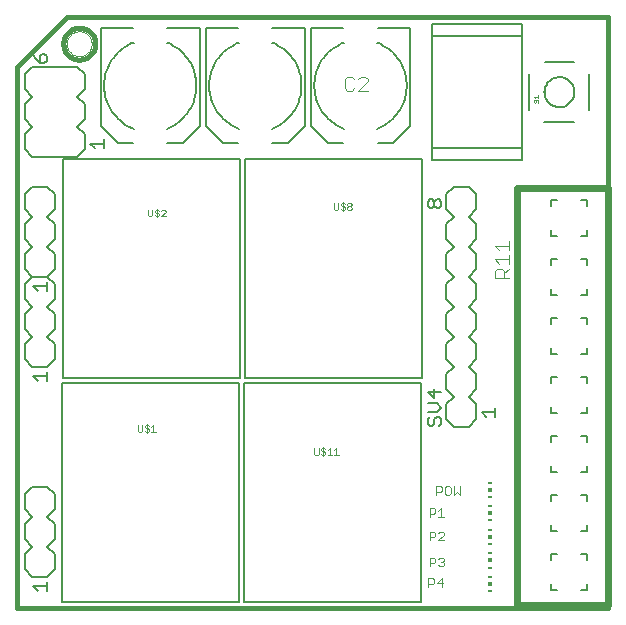
<source format=gto>
G75*
%MOIN*%
%OFA0B0*%
%FSLAX24Y24*%
%IPPOS*%
%LPD*%
%AMOC8*
5,1,8,0,0,1.08239X$1,22.5*
%
%ADD10C,0.0160*%
%ADD11C,0.0240*%
%ADD12C,0.0000*%
%ADD13C,0.0060*%
%ADD14R,0.0118X0.0059*%
%ADD15R,0.0118X0.0118*%
%ADD16C,0.0030*%
%ADD17C,0.0080*%
%ADD18C,0.0020*%
%ADD19C,0.0050*%
%ADD20C,0.0040*%
%ADD21C,0.0010*%
D10*
X000180Y000180D02*
X019865Y000180D01*
X019865Y019865D01*
X001834Y019865D01*
X000180Y018211D01*
X000180Y000180D01*
X002542Y000180D02*
X014353Y000180D01*
X001716Y018979D02*
X001718Y019025D01*
X001724Y019070D01*
X001734Y019115D01*
X001747Y019158D01*
X001764Y019201D01*
X001785Y019241D01*
X001809Y019280D01*
X001837Y019316D01*
X001868Y019350D01*
X001901Y019382D01*
X001937Y019410D01*
X001975Y019435D01*
X002015Y019457D01*
X002057Y019475D01*
X002100Y019489D01*
X002145Y019500D01*
X002190Y019507D01*
X002236Y019510D01*
X002281Y019509D01*
X002327Y019504D01*
X002372Y019495D01*
X002415Y019483D01*
X002458Y019466D01*
X002499Y019446D01*
X002538Y019423D01*
X002576Y019396D01*
X002610Y019366D01*
X002642Y019334D01*
X002671Y019298D01*
X002697Y019261D01*
X002720Y019221D01*
X002739Y019180D01*
X002754Y019137D01*
X002766Y019092D01*
X002774Y019047D01*
X002778Y019002D01*
X002778Y018956D01*
X002774Y018911D01*
X002766Y018866D01*
X002754Y018821D01*
X002739Y018778D01*
X002720Y018737D01*
X002697Y018697D01*
X002671Y018660D01*
X002642Y018624D01*
X002610Y018592D01*
X002576Y018562D01*
X002538Y018535D01*
X002499Y018512D01*
X002458Y018492D01*
X002415Y018475D01*
X002372Y018463D01*
X002327Y018454D01*
X002281Y018449D01*
X002236Y018448D01*
X002190Y018451D01*
X002145Y018458D01*
X002100Y018469D01*
X002057Y018483D01*
X002015Y018501D01*
X001975Y018523D01*
X001937Y018548D01*
X001901Y018576D01*
X001868Y018608D01*
X001837Y018642D01*
X001809Y018678D01*
X001785Y018717D01*
X001764Y018757D01*
X001747Y018800D01*
X001734Y018843D01*
X001724Y018888D01*
X001718Y018933D01*
X001716Y018979D01*
D11*
X016834Y014156D02*
X019865Y014156D01*
X019865Y000278D01*
X016834Y000278D01*
X016834Y014156D01*
D12*
X001834Y018979D02*
X001836Y019019D01*
X001842Y019060D01*
X001852Y019099D01*
X001865Y019137D01*
X001883Y019174D01*
X001904Y019208D01*
X001928Y019241D01*
X001955Y019271D01*
X001985Y019298D01*
X002018Y019322D01*
X002052Y019343D01*
X002089Y019361D01*
X002127Y019374D01*
X002166Y019384D01*
X002207Y019390D01*
X002247Y019392D01*
X002287Y019390D01*
X002328Y019384D01*
X002367Y019374D01*
X002405Y019361D01*
X002442Y019343D01*
X002476Y019322D01*
X002509Y019298D01*
X002539Y019271D01*
X002566Y019241D01*
X002590Y019208D01*
X002611Y019174D01*
X002629Y019137D01*
X002642Y019099D01*
X002652Y019060D01*
X002658Y019019D01*
X002660Y018979D01*
X002658Y018939D01*
X002652Y018898D01*
X002642Y018859D01*
X002629Y018821D01*
X002611Y018784D01*
X002590Y018750D01*
X002566Y018717D01*
X002539Y018687D01*
X002509Y018660D01*
X002476Y018636D01*
X002442Y018615D01*
X002405Y018597D01*
X002367Y018584D01*
X002328Y018574D01*
X002287Y018568D01*
X002247Y018566D01*
X002207Y018568D01*
X002166Y018574D01*
X002127Y018584D01*
X002089Y018597D01*
X002052Y018615D01*
X002018Y018636D01*
X001985Y018660D01*
X001955Y018687D01*
X001928Y018717D01*
X001904Y018750D01*
X001883Y018784D01*
X001865Y018821D01*
X001852Y018859D01*
X001842Y018898D01*
X001836Y018939D01*
X001834Y018979D01*
D13*
X002180Y018215D02*
X002430Y017965D01*
X002430Y017465D01*
X002180Y017215D01*
X002430Y016965D01*
X002430Y016465D01*
X002180Y016215D01*
X002430Y015965D01*
X002430Y015465D01*
X002180Y015215D01*
X000680Y015215D01*
X000430Y015465D01*
X000430Y015965D01*
X000680Y016215D01*
X000430Y016465D01*
X000430Y016965D01*
X000680Y017215D01*
X000430Y017465D01*
X000430Y017965D01*
X000680Y018215D01*
X002180Y018215D01*
X001180Y014215D02*
X000680Y014215D01*
X000430Y013965D01*
X000430Y013465D01*
X000680Y013215D01*
X000430Y012965D01*
X000430Y012465D01*
X000680Y012215D01*
X000430Y011965D01*
X000430Y011465D01*
X000680Y011215D01*
X001180Y011215D01*
X001430Y011465D01*
X001430Y011965D01*
X001180Y012215D01*
X001430Y012465D01*
X001430Y012965D01*
X001180Y013215D01*
X001430Y013465D01*
X001430Y013965D01*
X001180Y014215D01*
X001180Y011215D02*
X000680Y011215D01*
X000430Y010965D01*
X000430Y010465D01*
X000680Y010215D01*
X000430Y009965D01*
X000430Y009465D01*
X000680Y009215D01*
X000430Y008965D01*
X000430Y008465D01*
X000680Y008215D01*
X001180Y008215D01*
X001430Y008465D01*
X001430Y008965D01*
X001180Y009215D01*
X001430Y009465D01*
X001430Y009965D01*
X001180Y010215D01*
X001430Y010465D01*
X001430Y010965D01*
X001180Y011215D01*
X001180Y004215D02*
X000680Y004215D01*
X000430Y003965D01*
X000430Y003465D01*
X000680Y003215D01*
X000430Y002965D01*
X000430Y002465D01*
X000680Y002215D01*
X000430Y001965D01*
X000430Y001465D01*
X000680Y001215D01*
X001180Y001215D01*
X001430Y001465D01*
X001430Y001965D01*
X001180Y002215D01*
X001430Y002465D01*
X001430Y002965D01*
X001180Y003215D01*
X001430Y003465D01*
X001430Y003965D01*
X001180Y004215D01*
X014483Y006465D02*
X014733Y006215D01*
X015233Y006215D01*
X015483Y006465D01*
X015483Y006965D01*
X015233Y007215D01*
X015483Y007465D01*
X015483Y007965D01*
X015233Y008215D01*
X015483Y008465D01*
X015483Y008965D01*
X015233Y009215D01*
X015483Y009465D01*
X015483Y009965D01*
X015233Y010215D01*
X015483Y010465D01*
X015483Y010965D01*
X015233Y011215D01*
X015483Y011465D01*
X015483Y011965D01*
X015233Y012215D01*
X015483Y012465D01*
X015483Y012965D01*
X015233Y013215D01*
X015483Y013465D01*
X015483Y013965D01*
X015233Y014215D01*
X014733Y014215D01*
X014483Y013965D01*
X014483Y013465D01*
X014733Y013215D01*
X014483Y012965D01*
X014483Y012465D01*
X014733Y012215D01*
X014483Y011965D01*
X014483Y011465D01*
X014733Y011215D01*
X014483Y010965D01*
X014483Y010465D01*
X014733Y010215D01*
X014483Y009965D01*
X014483Y009465D01*
X014733Y009215D01*
X014483Y008965D01*
X014483Y008465D01*
X014733Y008215D01*
X014483Y007965D01*
X014483Y007465D01*
X014733Y007215D01*
X014483Y006965D01*
X014483Y006465D01*
X017966Y006667D02*
X017966Y006867D01*
X017966Y006667D02*
X018166Y006667D01*
X018166Y005898D02*
X017966Y005898D01*
X017966Y005698D01*
X017966Y004898D02*
X017966Y004698D01*
X018166Y004698D01*
X018166Y003930D02*
X017966Y003930D01*
X017966Y003730D01*
X017966Y002930D02*
X017966Y002730D01*
X018166Y002730D01*
X018166Y001961D02*
X017966Y001961D01*
X017966Y001761D01*
X017966Y000961D02*
X017966Y000761D01*
X018166Y000761D01*
X018966Y000761D02*
X019166Y000761D01*
X019166Y000961D01*
X019166Y001761D02*
X019166Y001961D01*
X018966Y001961D01*
X018966Y002730D02*
X019166Y002730D01*
X019166Y002930D01*
X019166Y003730D02*
X019166Y003930D01*
X018966Y003930D01*
X018966Y004698D02*
X019166Y004698D01*
X019166Y004898D01*
X019166Y005698D02*
X019166Y005898D01*
X018966Y005898D01*
X018966Y006667D02*
X019166Y006667D01*
X019166Y006867D01*
X019166Y007667D02*
X019166Y007867D01*
X018966Y007867D01*
X018966Y008635D02*
X019166Y008635D01*
X019166Y008835D01*
X019166Y009635D02*
X019166Y009835D01*
X018966Y009835D01*
X018966Y010604D02*
X019166Y010604D01*
X019166Y010804D01*
X019166Y011604D02*
X019166Y011804D01*
X018966Y011804D01*
X018966Y012572D02*
X019166Y012572D01*
X019166Y012772D01*
X019166Y013572D02*
X019166Y013772D01*
X018966Y013772D01*
X018166Y013772D02*
X017966Y013772D01*
X017966Y013572D01*
X017966Y012772D02*
X017966Y012572D01*
X018166Y012572D01*
X018166Y011804D02*
X017966Y011804D01*
X017966Y011604D01*
X017966Y010804D02*
X017966Y010604D01*
X018166Y010604D01*
X018166Y009835D02*
X017966Y009835D01*
X017966Y009635D01*
X017966Y008835D02*
X017966Y008635D01*
X018166Y008635D01*
X018166Y007867D02*
X017966Y007867D01*
X017966Y007667D01*
D14*
X015948Y004353D03*
X015948Y003881D03*
X015948Y003566D03*
X015948Y003093D03*
X015948Y002778D03*
X015948Y002306D03*
X015948Y001991D03*
X015948Y001519D03*
X015948Y001204D03*
X015948Y000731D03*
D15*
X015948Y000967D03*
X015948Y001755D03*
X015948Y002542D03*
X015948Y003330D03*
X015948Y004117D03*
D16*
X014925Y004232D02*
X014925Y003942D01*
X014828Y004039D01*
X014731Y003942D01*
X014731Y004232D01*
X014630Y004184D02*
X014630Y003990D01*
X014582Y003942D01*
X014485Y003942D01*
X014436Y003990D01*
X014436Y004184D01*
X014485Y004232D01*
X014582Y004232D01*
X014630Y004184D01*
X014335Y004184D02*
X014335Y004087D01*
X014287Y004039D01*
X014142Y004039D01*
X014142Y003942D02*
X014142Y004232D01*
X014287Y004232D01*
X014335Y004184D01*
X014316Y003504D02*
X014316Y003214D01*
X014219Y003214D02*
X014413Y003214D01*
X014219Y003407D02*
X014316Y003504D01*
X014118Y003455D02*
X014118Y003359D01*
X014070Y003310D01*
X013925Y003310D01*
X013925Y003214D02*
X013925Y003504D01*
X014070Y003504D01*
X014118Y003455D01*
X014070Y002716D02*
X013925Y002716D01*
X013925Y002426D01*
X013925Y002523D02*
X014070Y002523D01*
X014118Y002571D01*
X014118Y002668D01*
X014070Y002716D01*
X014219Y002668D02*
X014268Y002716D01*
X014364Y002716D01*
X014413Y002668D01*
X014413Y002620D01*
X014219Y002426D01*
X014413Y002426D01*
X014364Y001850D02*
X014413Y001802D01*
X014413Y001754D01*
X014364Y001705D01*
X014413Y001657D01*
X014413Y001608D01*
X014364Y001560D01*
X014268Y001560D01*
X014219Y001608D01*
X014316Y001705D02*
X014364Y001705D01*
X014364Y001850D02*
X014268Y001850D01*
X014219Y001802D01*
X014118Y001802D02*
X014118Y001705D01*
X014070Y001657D01*
X013925Y001657D01*
X013925Y001560D02*
X013925Y001850D01*
X014070Y001850D01*
X014118Y001802D01*
X014030Y001161D02*
X014079Y001113D01*
X014079Y001016D01*
X014030Y000968D01*
X013885Y000968D01*
X013885Y000871D02*
X013885Y001161D01*
X014030Y001161D01*
X014180Y001016D02*
X014373Y001016D01*
X014325Y000871D02*
X014325Y001161D01*
X014180Y001016D01*
D17*
X013652Y000381D02*
X007747Y000381D01*
X007747Y007664D01*
X013652Y007664D01*
X013652Y000381D01*
X007570Y000381D02*
X001664Y000381D01*
X001664Y007664D01*
X007570Y007664D01*
X007570Y000381D01*
X007593Y007853D02*
X001688Y007853D01*
X001688Y015137D01*
X007593Y015137D01*
X007593Y007853D01*
X007771Y007853D02*
X007771Y015137D01*
X013676Y015137D01*
X013676Y007853D01*
X007771Y007853D01*
X007542Y015672D02*
X007030Y015672D01*
X006460Y016243D01*
X006460Y019491D01*
X007542Y019491D01*
X008684Y019491D02*
X009767Y019491D01*
X009767Y016243D01*
X009196Y015672D01*
X008684Y015672D01*
X009963Y016243D02*
X010534Y015672D01*
X011046Y015672D01*
X009963Y016243D02*
X009963Y019491D01*
X011046Y019491D01*
X012188Y019491D02*
X013271Y019491D01*
X013271Y016243D01*
X012700Y015672D01*
X012188Y015672D01*
X011066Y016145D02*
X010994Y016175D01*
X010925Y016208D01*
X010857Y016244D01*
X010790Y016284D01*
X010726Y016327D01*
X010664Y016373D01*
X010605Y016423D01*
X010548Y016475D01*
X010494Y016530D01*
X010443Y016587D01*
X010394Y016648D01*
X010349Y016710D01*
X010307Y016775D01*
X010268Y016842D01*
X010232Y016910D01*
X010200Y016981D01*
X010172Y017052D01*
X010147Y017126D01*
X010126Y017200D01*
X010109Y017275D01*
X010095Y017351D01*
X010086Y017428D01*
X010080Y017505D01*
X010078Y017582D01*
X010080Y017659D01*
X010086Y017736D01*
X010095Y017813D01*
X010109Y017889D01*
X010126Y017964D01*
X010147Y018038D01*
X010172Y018112D01*
X010200Y018183D01*
X010232Y018254D01*
X010268Y018322D01*
X010307Y018389D01*
X010349Y018454D01*
X010394Y018516D01*
X010443Y018577D01*
X010494Y018634D01*
X010548Y018689D01*
X010605Y018741D01*
X010664Y018791D01*
X010726Y018837D01*
X010790Y018880D01*
X010857Y018920D01*
X010925Y018956D01*
X010994Y018989D01*
X011066Y019019D01*
X012168Y019019D02*
X012240Y018989D01*
X012309Y018956D01*
X012377Y018920D01*
X012444Y018880D01*
X012508Y018837D01*
X012570Y018791D01*
X012629Y018741D01*
X012686Y018689D01*
X012740Y018634D01*
X012791Y018577D01*
X012840Y018516D01*
X012885Y018454D01*
X012927Y018389D01*
X012966Y018322D01*
X013002Y018254D01*
X013034Y018183D01*
X013062Y018112D01*
X013087Y018038D01*
X013108Y017964D01*
X013125Y017889D01*
X013139Y017813D01*
X013148Y017736D01*
X013154Y017659D01*
X013156Y017582D01*
X013154Y017505D01*
X013148Y017428D01*
X013139Y017351D01*
X013125Y017275D01*
X013108Y017200D01*
X013087Y017126D01*
X013062Y017052D01*
X013034Y016981D01*
X013002Y016910D01*
X012966Y016842D01*
X012927Y016775D01*
X012885Y016710D01*
X012840Y016648D01*
X012791Y016587D01*
X012740Y016530D01*
X012686Y016475D01*
X012629Y016423D01*
X012570Y016373D01*
X012508Y016327D01*
X012444Y016284D01*
X012377Y016244D01*
X012309Y016208D01*
X012240Y016175D01*
X012168Y016145D01*
X007562Y016145D02*
X007490Y016175D01*
X007421Y016208D01*
X007353Y016244D01*
X007286Y016284D01*
X007222Y016327D01*
X007160Y016373D01*
X007101Y016423D01*
X007044Y016475D01*
X006990Y016530D01*
X006939Y016587D01*
X006890Y016648D01*
X006845Y016710D01*
X006803Y016775D01*
X006764Y016842D01*
X006728Y016910D01*
X006696Y016981D01*
X006668Y017052D01*
X006643Y017126D01*
X006622Y017200D01*
X006605Y017275D01*
X006591Y017351D01*
X006582Y017428D01*
X006576Y017505D01*
X006574Y017582D01*
X006576Y017659D01*
X006582Y017736D01*
X006591Y017813D01*
X006605Y017889D01*
X006622Y017964D01*
X006643Y018038D01*
X006668Y018112D01*
X006696Y018183D01*
X006728Y018254D01*
X006764Y018322D01*
X006803Y018389D01*
X006845Y018454D01*
X006890Y018516D01*
X006939Y018577D01*
X006990Y018634D01*
X007044Y018689D01*
X007101Y018741D01*
X007160Y018791D01*
X007222Y018837D01*
X007286Y018880D01*
X007353Y018920D01*
X007421Y018956D01*
X007490Y018989D01*
X007562Y019019D01*
X006263Y019491D02*
X005180Y019491D01*
X004038Y019491D02*
X002956Y019491D01*
X002956Y016243D01*
X003526Y015672D01*
X004038Y015672D01*
X005180Y015672D02*
X005692Y015672D01*
X006263Y016243D01*
X006263Y019491D01*
X004058Y019019D02*
X003986Y018989D01*
X003917Y018956D01*
X003849Y018920D01*
X003782Y018880D01*
X003718Y018837D01*
X003656Y018791D01*
X003597Y018741D01*
X003540Y018689D01*
X003486Y018634D01*
X003435Y018577D01*
X003386Y018516D01*
X003341Y018454D01*
X003299Y018389D01*
X003260Y018322D01*
X003224Y018254D01*
X003192Y018183D01*
X003164Y018112D01*
X003139Y018038D01*
X003118Y017964D01*
X003101Y017889D01*
X003087Y017813D01*
X003078Y017736D01*
X003072Y017659D01*
X003070Y017582D01*
X003072Y017505D01*
X003078Y017428D01*
X003087Y017351D01*
X003101Y017275D01*
X003118Y017200D01*
X003139Y017126D01*
X003164Y017052D01*
X003192Y016981D01*
X003224Y016910D01*
X003260Y016842D01*
X003299Y016775D01*
X003341Y016710D01*
X003386Y016648D01*
X003435Y016587D01*
X003486Y016530D01*
X003540Y016475D01*
X003597Y016423D01*
X003656Y016373D01*
X003718Y016327D01*
X003782Y016284D01*
X003849Y016244D01*
X003917Y016208D01*
X003986Y016175D01*
X004058Y016145D01*
X005160Y016145D02*
X005232Y016175D01*
X005301Y016208D01*
X005369Y016244D01*
X005436Y016284D01*
X005500Y016327D01*
X005562Y016373D01*
X005621Y016423D01*
X005678Y016475D01*
X005732Y016530D01*
X005783Y016587D01*
X005832Y016648D01*
X005877Y016710D01*
X005919Y016775D01*
X005958Y016842D01*
X005994Y016910D01*
X006026Y016981D01*
X006054Y017052D01*
X006079Y017126D01*
X006100Y017200D01*
X006117Y017275D01*
X006131Y017351D01*
X006140Y017428D01*
X006146Y017505D01*
X006148Y017582D01*
X006146Y017659D01*
X006140Y017736D01*
X006131Y017813D01*
X006117Y017889D01*
X006100Y017964D01*
X006079Y018038D01*
X006054Y018112D01*
X006026Y018183D01*
X005994Y018254D01*
X005958Y018322D01*
X005919Y018389D01*
X005877Y018454D01*
X005832Y018516D01*
X005783Y018577D01*
X005732Y018634D01*
X005678Y018689D01*
X005621Y018741D01*
X005562Y018791D01*
X005500Y018837D01*
X005436Y018880D01*
X005369Y018920D01*
X005301Y018956D01*
X005232Y018989D01*
X005160Y019019D01*
X008664Y019019D02*
X008736Y018989D01*
X008805Y018956D01*
X008873Y018920D01*
X008940Y018880D01*
X009004Y018837D01*
X009066Y018791D01*
X009125Y018741D01*
X009182Y018689D01*
X009236Y018634D01*
X009287Y018577D01*
X009336Y018516D01*
X009381Y018454D01*
X009423Y018389D01*
X009462Y018322D01*
X009498Y018254D01*
X009530Y018183D01*
X009558Y018112D01*
X009583Y018038D01*
X009604Y017964D01*
X009621Y017889D01*
X009635Y017813D01*
X009644Y017736D01*
X009650Y017659D01*
X009652Y017582D01*
X009650Y017505D01*
X009644Y017428D01*
X009635Y017351D01*
X009621Y017275D01*
X009604Y017200D01*
X009583Y017126D01*
X009558Y017052D01*
X009530Y016981D01*
X009498Y016910D01*
X009462Y016842D01*
X009423Y016775D01*
X009381Y016710D01*
X009336Y016648D01*
X009287Y016587D01*
X009236Y016530D01*
X009182Y016475D01*
X009125Y016423D01*
X009066Y016373D01*
X009004Y016327D01*
X008940Y016284D01*
X008873Y016244D01*
X008805Y016208D01*
X008736Y016175D01*
X008664Y016145D01*
X017251Y016759D02*
X017251Y017971D01*
X017763Y018365D02*
X018739Y018365D01*
X019251Y017971D02*
X019251Y016759D01*
X018739Y016365D02*
X017751Y016365D01*
X017751Y017365D02*
X017753Y017409D01*
X017759Y017453D01*
X017769Y017496D01*
X017782Y017538D01*
X017799Y017579D01*
X017820Y017618D01*
X017844Y017655D01*
X017871Y017690D01*
X017901Y017722D01*
X017934Y017752D01*
X017970Y017778D01*
X018007Y017802D01*
X018047Y017821D01*
X018088Y017838D01*
X018131Y017850D01*
X018174Y017859D01*
X018218Y017864D01*
X018262Y017865D01*
X018306Y017862D01*
X018350Y017855D01*
X018393Y017844D01*
X018435Y017830D01*
X018475Y017812D01*
X018514Y017790D01*
X018550Y017766D01*
X018584Y017738D01*
X018616Y017707D01*
X018645Y017673D01*
X018671Y017637D01*
X018693Y017599D01*
X018712Y017559D01*
X018727Y017517D01*
X018739Y017475D01*
X018747Y017431D01*
X018751Y017387D01*
X018751Y017343D01*
X018747Y017299D01*
X018739Y017255D01*
X018727Y017213D01*
X018712Y017171D01*
X018693Y017131D01*
X018671Y017093D01*
X018645Y017057D01*
X018616Y017023D01*
X018584Y016992D01*
X018550Y016964D01*
X018514Y016940D01*
X018475Y016918D01*
X018435Y016900D01*
X018393Y016886D01*
X018350Y016875D01*
X018306Y016868D01*
X018262Y016865D01*
X018218Y016866D01*
X018174Y016871D01*
X018131Y016880D01*
X018088Y016892D01*
X018047Y016909D01*
X018007Y016928D01*
X017970Y016952D01*
X017934Y016978D01*
X017901Y017008D01*
X017871Y017040D01*
X017844Y017075D01*
X017820Y017112D01*
X017799Y017151D01*
X017782Y017192D01*
X017769Y017234D01*
X017759Y017277D01*
X017753Y017321D01*
X017751Y017365D01*
D18*
X011322Y013629D02*
X011322Y013593D01*
X011285Y013556D01*
X011212Y013556D01*
X011175Y013593D01*
X011175Y013629D01*
X011212Y013666D01*
X011285Y013666D01*
X011322Y013629D01*
X011285Y013556D02*
X011322Y013519D01*
X011322Y013483D01*
X011285Y013446D01*
X011212Y013446D01*
X011175Y013483D01*
X011175Y013519D01*
X011212Y013556D01*
X011101Y013519D02*
X011064Y013556D01*
X010991Y013556D01*
X010954Y013593D01*
X010954Y013629D01*
X010991Y013666D01*
X011064Y013666D01*
X011101Y013629D01*
X011028Y013703D02*
X011028Y013409D01*
X011064Y013446D02*
X010991Y013446D01*
X010954Y013483D01*
X010880Y013483D02*
X010880Y013666D01*
X010733Y013666D02*
X010733Y013483D01*
X010770Y013446D01*
X010843Y013446D01*
X010880Y013483D01*
X011064Y013446D02*
X011101Y013483D01*
X011101Y013519D01*
X005121Y013413D02*
X005085Y013450D01*
X005011Y013450D01*
X004974Y013413D01*
X004900Y013413D02*
X004864Y013450D01*
X004790Y013450D01*
X004754Y013413D01*
X004754Y013376D01*
X004790Y013339D01*
X004864Y013339D01*
X004900Y013303D01*
X004900Y013266D01*
X004864Y013229D01*
X004790Y013229D01*
X004754Y013266D01*
X004679Y013266D02*
X004679Y013450D01*
X004533Y013450D02*
X004533Y013266D01*
X004569Y013229D01*
X004643Y013229D01*
X004679Y013266D01*
X004827Y013193D02*
X004827Y013486D01*
X004974Y013229D02*
X005121Y013376D01*
X005121Y013413D01*
X005121Y013229D02*
X004974Y013229D01*
X004495Y006301D02*
X004495Y006008D01*
X004531Y006044D02*
X004568Y006081D01*
X004568Y006118D01*
X004531Y006155D01*
X004458Y006155D01*
X004421Y006191D01*
X004421Y006228D01*
X004458Y006265D01*
X004531Y006265D01*
X004568Y006228D01*
X004642Y006191D02*
X004716Y006265D01*
X004716Y006044D01*
X004789Y006044D02*
X004642Y006044D01*
X004531Y006044D02*
X004458Y006044D01*
X004421Y006081D01*
X004347Y006081D02*
X004347Y006265D01*
X004200Y006265D02*
X004200Y006081D01*
X004237Y006044D01*
X004310Y006044D01*
X004347Y006081D01*
X010082Y005497D02*
X010082Y005313D01*
X010118Y005277D01*
X010192Y005277D01*
X010228Y005313D01*
X010228Y005497D01*
X010303Y005460D02*
X010339Y005497D01*
X010413Y005497D01*
X010449Y005460D01*
X010413Y005387D02*
X010449Y005350D01*
X010449Y005313D01*
X010413Y005277D01*
X010339Y005277D01*
X010303Y005313D01*
X010339Y005387D02*
X010303Y005424D01*
X010303Y005460D01*
X010339Y005387D02*
X010413Y005387D01*
X010524Y005424D02*
X010597Y005497D01*
X010597Y005277D01*
X010524Y005277D02*
X010670Y005277D01*
X010745Y005277D02*
X010891Y005277D01*
X010818Y005277D02*
X010818Y005497D01*
X010745Y005424D01*
X010376Y005534D02*
X010376Y005240D01*
D19*
X013858Y006315D02*
X013933Y006240D01*
X014008Y006240D01*
X014083Y006315D01*
X014083Y006466D01*
X014158Y006541D01*
X014233Y006541D01*
X014308Y006466D01*
X014308Y006315D01*
X014233Y006240D01*
X013858Y006315D02*
X013858Y006466D01*
X013933Y006541D01*
X013858Y006701D02*
X014158Y006701D01*
X014308Y006851D01*
X014158Y007001D01*
X013858Y007001D01*
X014083Y007161D02*
X013858Y007386D01*
X014308Y007386D01*
X014083Y007461D02*
X014083Y007161D01*
X015658Y006691D02*
X016108Y006691D01*
X016108Y006841D02*
X016108Y006540D01*
X015808Y006540D02*
X015658Y006691D01*
X014233Y013490D02*
X014158Y013490D01*
X014083Y013565D01*
X014083Y013716D01*
X014158Y013791D01*
X014233Y013791D01*
X014308Y013716D01*
X014308Y013565D01*
X014233Y013490D01*
X014083Y013565D02*
X014008Y013490D01*
X013933Y013490D01*
X013858Y013565D01*
X013858Y013716D01*
X013933Y013791D01*
X014008Y013791D01*
X014083Y013716D01*
X014019Y015101D02*
X017011Y015101D01*
X017011Y019629D01*
X014019Y019629D01*
X014019Y019235D01*
X016971Y019235D01*
X014019Y019235D02*
X014019Y015495D01*
X016971Y015495D01*
X014019Y015495D02*
X014019Y015101D01*
X003055Y015490D02*
X003055Y015791D01*
X003055Y015641D02*
X002605Y015641D01*
X002755Y015490D01*
X001080Y018340D02*
X000930Y018340D01*
X000930Y018566D01*
X001005Y018641D01*
X001080Y018641D01*
X001155Y018566D01*
X001155Y018415D01*
X001080Y018340D01*
X000930Y018340D02*
X000780Y018491D01*
X000705Y018641D01*
X001155Y011041D02*
X001155Y010740D01*
X001155Y010891D02*
X000705Y010891D01*
X000855Y010740D01*
X001155Y008041D02*
X001155Y007740D01*
X001155Y007891D02*
X000705Y007891D01*
X000855Y007740D01*
X001155Y001041D02*
X001155Y000740D01*
X001155Y000891D02*
X000705Y000891D01*
X000855Y000740D01*
D20*
X016093Y011175D02*
X016093Y011405D01*
X016170Y011482D01*
X016324Y011482D01*
X016400Y011405D01*
X016400Y011175D01*
X016400Y011329D02*
X016554Y011482D01*
X016554Y011636D02*
X016554Y011942D01*
X016554Y011789D02*
X016093Y011789D01*
X016247Y011636D01*
X016247Y012096D02*
X016093Y012249D01*
X016554Y012249D01*
X016554Y012096D02*
X016554Y012403D01*
X016554Y011175D02*
X016093Y011175D01*
X011857Y017417D02*
X011550Y017417D01*
X011857Y017723D01*
X011857Y017800D01*
X011780Y017877D01*
X011627Y017877D01*
X011550Y017800D01*
X011397Y017800D02*
X011320Y017877D01*
X011166Y017877D01*
X011090Y017800D01*
X011090Y017493D01*
X011166Y017417D01*
X011320Y017417D01*
X011397Y017493D01*
D21*
X017396Y017217D02*
X017546Y017217D01*
X017546Y017167D02*
X017546Y017267D01*
X017446Y017167D02*
X017396Y017217D01*
X017421Y017120D02*
X017396Y017095D01*
X017396Y017045D01*
X017421Y017020D01*
X017446Y017020D01*
X017471Y017045D01*
X017471Y017095D01*
X017496Y017120D01*
X017521Y017120D01*
X017546Y017095D01*
X017546Y017045D01*
X017521Y017020D01*
M02*

</source>
